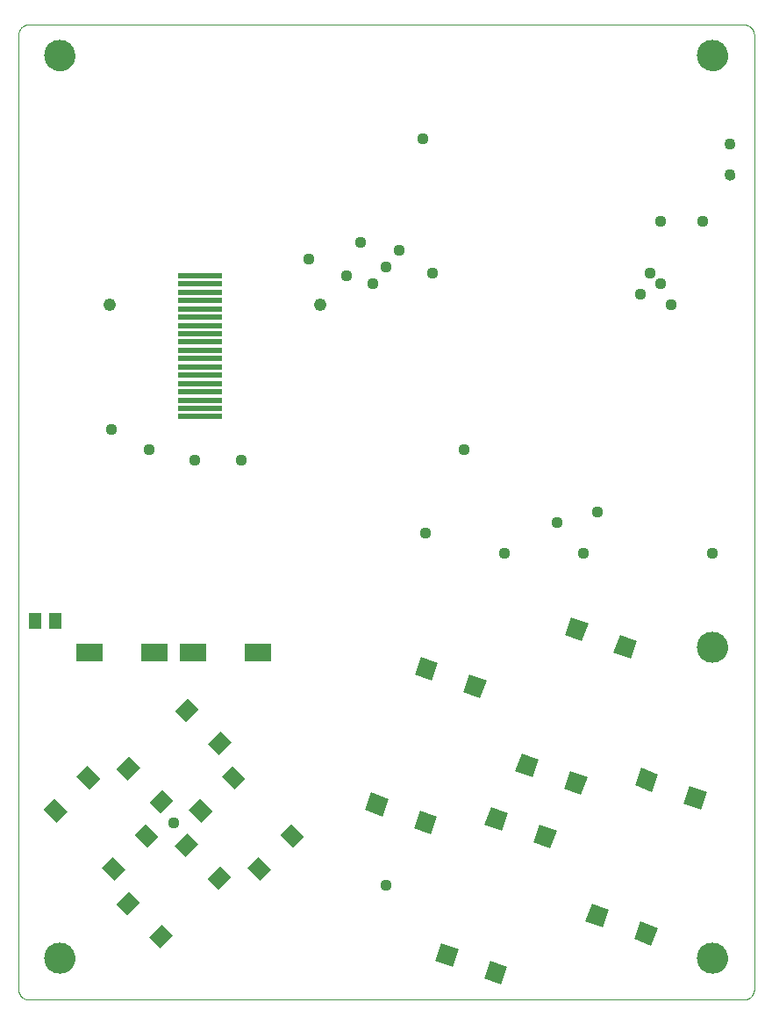
<source format=gts>
G75*
%MOIN*%
%OFA0B0*%
%FSLAX25Y25*%
%IPPOS*%
%LPD*%
%AMOC8*
5,1,8,0,0,1.08239X$1,22.5*
%
%ADD10C,0.00000*%
%ADD11R,0.05131X0.06312*%
%ADD12R,0.16548X0.02375*%
%ADD13R,0.07099X0.06902*%
%ADD14R,0.09855X0.07099*%
%ADD15C,0.04343*%
%ADD16R,0.05918X0.06902*%
%ADD17C,0.11824*%
%ADD18C,0.04369*%
%ADD19C,0.04762*%
D10*
X0003248Y0005437D02*
X0003248Y0367642D01*
X0003250Y0367766D01*
X0003256Y0367889D01*
X0003265Y0368013D01*
X0003279Y0368135D01*
X0003296Y0368258D01*
X0003318Y0368380D01*
X0003343Y0368501D01*
X0003372Y0368621D01*
X0003404Y0368740D01*
X0003441Y0368859D01*
X0003481Y0368976D01*
X0003524Y0369091D01*
X0003572Y0369206D01*
X0003623Y0369318D01*
X0003677Y0369429D01*
X0003735Y0369539D01*
X0003796Y0369646D01*
X0003861Y0369752D01*
X0003929Y0369855D01*
X0004000Y0369956D01*
X0004074Y0370055D01*
X0004151Y0370152D01*
X0004232Y0370246D01*
X0004315Y0370337D01*
X0004401Y0370426D01*
X0004490Y0370512D01*
X0004581Y0370595D01*
X0004675Y0370676D01*
X0004772Y0370753D01*
X0004871Y0370827D01*
X0004972Y0370898D01*
X0005075Y0370966D01*
X0005181Y0371031D01*
X0005288Y0371092D01*
X0005398Y0371150D01*
X0005509Y0371204D01*
X0005621Y0371255D01*
X0005736Y0371303D01*
X0005851Y0371346D01*
X0005968Y0371386D01*
X0006087Y0371423D01*
X0006206Y0371455D01*
X0006326Y0371484D01*
X0006447Y0371509D01*
X0006569Y0371531D01*
X0006692Y0371548D01*
X0006814Y0371562D01*
X0006938Y0371571D01*
X0007061Y0371577D01*
X0007185Y0371579D01*
X0278839Y0371579D01*
X0278963Y0371577D01*
X0279086Y0371571D01*
X0279210Y0371562D01*
X0279332Y0371548D01*
X0279455Y0371531D01*
X0279577Y0371509D01*
X0279698Y0371484D01*
X0279818Y0371455D01*
X0279937Y0371423D01*
X0280056Y0371386D01*
X0280173Y0371346D01*
X0280288Y0371303D01*
X0280403Y0371255D01*
X0280515Y0371204D01*
X0280626Y0371150D01*
X0280736Y0371092D01*
X0280843Y0371031D01*
X0280949Y0370966D01*
X0281052Y0370898D01*
X0281153Y0370827D01*
X0281252Y0370753D01*
X0281349Y0370676D01*
X0281443Y0370595D01*
X0281534Y0370512D01*
X0281623Y0370426D01*
X0281709Y0370337D01*
X0281792Y0370246D01*
X0281873Y0370152D01*
X0281950Y0370055D01*
X0282024Y0369956D01*
X0282095Y0369855D01*
X0282163Y0369752D01*
X0282228Y0369646D01*
X0282289Y0369539D01*
X0282347Y0369429D01*
X0282401Y0369318D01*
X0282452Y0369206D01*
X0282500Y0369091D01*
X0282543Y0368976D01*
X0282583Y0368859D01*
X0282620Y0368740D01*
X0282652Y0368621D01*
X0282681Y0368501D01*
X0282706Y0368380D01*
X0282728Y0368258D01*
X0282745Y0368135D01*
X0282759Y0368013D01*
X0282768Y0367889D01*
X0282774Y0367766D01*
X0282776Y0367642D01*
X0282776Y0005437D01*
X0282774Y0005313D01*
X0282768Y0005190D01*
X0282759Y0005066D01*
X0282745Y0004944D01*
X0282728Y0004821D01*
X0282706Y0004699D01*
X0282681Y0004578D01*
X0282652Y0004458D01*
X0282620Y0004339D01*
X0282583Y0004220D01*
X0282543Y0004103D01*
X0282500Y0003988D01*
X0282452Y0003873D01*
X0282401Y0003761D01*
X0282347Y0003650D01*
X0282289Y0003540D01*
X0282228Y0003433D01*
X0282163Y0003327D01*
X0282095Y0003224D01*
X0282024Y0003123D01*
X0281950Y0003024D01*
X0281873Y0002927D01*
X0281792Y0002833D01*
X0281709Y0002742D01*
X0281623Y0002653D01*
X0281534Y0002567D01*
X0281443Y0002484D01*
X0281349Y0002403D01*
X0281252Y0002326D01*
X0281153Y0002252D01*
X0281052Y0002181D01*
X0280949Y0002113D01*
X0280843Y0002048D01*
X0280736Y0001987D01*
X0280626Y0001929D01*
X0280515Y0001875D01*
X0280403Y0001824D01*
X0280288Y0001776D01*
X0280173Y0001733D01*
X0280056Y0001693D01*
X0279937Y0001656D01*
X0279818Y0001624D01*
X0279698Y0001595D01*
X0279577Y0001570D01*
X0279455Y0001548D01*
X0279332Y0001531D01*
X0279210Y0001517D01*
X0279086Y0001508D01*
X0278963Y0001502D01*
X0278839Y0001500D01*
X0007185Y0001500D01*
X0007061Y0001502D01*
X0006938Y0001508D01*
X0006814Y0001517D01*
X0006692Y0001531D01*
X0006569Y0001548D01*
X0006447Y0001570D01*
X0006326Y0001595D01*
X0006206Y0001624D01*
X0006087Y0001656D01*
X0005968Y0001693D01*
X0005851Y0001733D01*
X0005736Y0001776D01*
X0005621Y0001824D01*
X0005509Y0001875D01*
X0005398Y0001929D01*
X0005288Y0001987D01*
X0005181Y0002048D01*
X0005075Y0002113D01*
X0004972Y0002181D01*
X0004871Y0002252D01*
X0004772Y0002326D01*
X0004675Y0002403D01*
X0004581Y0002484D01*
X0004490Y0002567D01*
X0004401Y0002653D01*
X0004315Y0002742D01*
X0004232Y0002833D01*
X0004151Y0002927D01*
X0004074Y0003024D01*
X0004000Y0003123D01*
X0003929Y0003224D01*
X0003861Y0003327D01*
X0003796Y0003433D01*
X0003735Y0003540D01*
X0003677Y0003650D01*
X0003623Y0003761D01*
X0003572Y0003873D01*
X0003524Y0003988D01*
X0003481Y0004103D01*
X0003441Y0004220D01*
X0003404Y0004339D01*
X0003372Y0004458D01*
X0003343Y0004578D01*
X0003318Y0004699D01*
X0003296Y0004821D01*
X0003279Y0004944D01*
X0003265Y0005066D01*
X0003256Y0005190D01*
X0003250Y0005313D01*
X0003248Y0005437D01*
X0013484Y0017248D02*
X0013486Y0017396D01*
X0013492Y0017544D01*
X0013502Y0017692D01*
X0013516Y0017839D01*
X0013534Y0017986D01*
X0013555Y0018132D01*
X0013581Y0018278D01*
X0013611Y0018423D01*
X0013644Y0018567D01*
X0013682Y0018710D01*
X0013723Y0018852D01*
X0013768Y0018993D01*
X0013816Y0019133D01*
X0013869Y0019272D01*
X0013925Y0019409D01*
X0013985Y0019544D01*
X0014048Y0019678D01*
X0014115Y0019810D01*
X0014186Y0019940D01*
X0014260Y0020068D01*
X0014337Y0020194D01*
X0014418Y0020318D01*
X0014502Y0020440D01*
X0014589Y0020559D01*
X0014680Y0020676D01*
X0014774Y0020791D01*
X0014870Y0020903D01*
X0014970Y0021013D01*
X0015072Y0021119D01*
X0015178Y0021223D01*
X0015286Y0021324D01*
X0015397Y0021422D01*
X0015510Y0021518D01*
X0015626Y0021610D01*
X0015744Y0021699D01*
X0015865Y0021784D01*
X0015988Y0021867D01*
X0016113Y0021946D01*
X0016240Y0022022D01*
X0016369Y0022094D01*
X0016500Y0022163D01*
X0016633Y0022228D01*
X0016768Y0022289D01*
X0016904Y0022347D01*
X0017041Y0022402D01*
X0017180Y0022452D01*
X0017321Y0022499D01*
X0017462Y0022542D01*
X0017605Y0022582D01*
X0017749Y0022617D01*
X0017893Y0022649D01*
X0018039Y0022676D01*
X0018185Y0022700D01*
X0018332Y0022720D01*
X0018479Y0022736D01*
X0018626Y0022748D01*
X0018774Y0022756D01*
X0018922Y0022760D01*
X0019070Y0022760D01*
X0019218Y0022756D01*
X0019366Y0022748D01*
X0019513Y0022736D01*
X0019660Y0022720D01*
X0019807Y0022700D01*
X0019953Y0022676D01*
X0020099Y0022649D01*
X0020243Y0022617D01*
X0020387Y0022582D01*
X0020530Y0022542D01*
X0020671Y0022499D01*
X0020812Y0022452D01*
X0020951Y0022402D01*
X0021088Y0022347D01*
X0021224Y0022289D01*
X0021359Y0022228D01*
X0021492Y0022163D01*
X0021623Y0022094D01*
X0021752Y0022022D01*
X0021879Y0021946D01*
X0022004Y0021867D01*
X0022127Y0021784D01*
X0022248Y0021699D01*
X0022366Y0021610D01*
X0022482Y0021518D01*
X0022595Y0021422D01*
X0022706Y0021324D01*
X0022814Y0021223D01*
X0022920Y0021119D01*
X0023022Y0021013D01*
X0023122Y0020903D01*
X0023218Y0020791D01*
X0023312Y0020676D01*
X0023403Y0020559D01*
X0023490Y0020440D01*
X0023574Y0020318D01*
X0023655Y0020194D01*
X0023732Y0020068D01*
X0023806Y0019940D01*
X0023877Y0019810D01*
X0023944Y0019678D01*
X0024007Y0019544D01*
X0024067Y0019409D01*
X0024123Y0019272D01*
X0024176Y0019133D01*
X0024224Y0018993D01*
X0024269Y0018852D01*
X0024310Y0018710D01*
X0024348Y0018567D01*
X0024381Y0018423D01*
X0024411Y0018278D01*
X0024437Y0018132D01*
X0024458Y0017986D01*
X0024476Y0017839D01*
X0024490Y0017692D01*
X0024500Y0017544D01*
X0024506Y0017396D01*
X0024508Y0017248D01*
X0024506Y0017100D01*
X0024500Y0016952D01*
X0024490Y0016804D01*
X0024476Y0016657D01*
X0024458Y0016510D01*
X0024437Y0016364D01*
X0024411Y0016218D01*
X0024381Y0016073D01*
X0024348Y0015929D01*
X0024310Y0015786D01*
X0024269Y0015644D01*
X0024224Y0015503D01*
X0024176Y0015363D01*
X0024123Y0015224D01*
X0024067Y0015087D01*
X0024007Y0014952D01*
X0023944Y0014818D01*
X0023877Y0014686D01*
X0023806Y0014556D01*
X0023732Y0014428D01*
X0023655Y0014302D01*
X0023574Y0014178D01*
X0023490Y0014056D01*
X0023403Y0013937D01*
X0023312Y0013820D01*
X0023218Y0013705D01*
X0023122Y0013593D01*
X0023022Y0013483D01*
X0022920Y0013377D01*
X0022814Y0013273D01*
X0022706Y0013172D01*
X0022595Y0013074D01*
X0022482Y0012978D01*
X0022366Y0012886D01*
X0022248Y0012797D01*
X0022127Y0012712D01*
X0022004Y0012629D01*
X0021879Y0012550D01*
X0021752Y0012474D01*
X0021623Y0012402D01*
X0021492Y0012333D01*
X0021359Y0012268D01*
X0021224Y0012207D01*
X0021088Y0012149D01*
X0020951Y0012094D01*
X0020812Y0012044D01*
X0020671Y0011997D01*
X0020530Y0011954D01*
X0020387Y0011914D01*
X0020243Y0011879D01*
X0020099Y0011847D01*
X0019953Y0011820D01*
X0019807Y0011796D01*
X0019660Y0011776D01*
X0019513Y0011760D01*
X0019366Y0011748D01*
X0019218Y0011740D01*
X0019070Y0011736D01*
X0018922Y0011736D01*
X0018774Y0011740D01*
X0018626Y0011748D01*
X0018479Y0011760D01*
X0018332Y0011776D01*
X0018185Y0011796D01*
X0018039Y0011820D01*
X0017893Y0011847D01*
X0017749Y0011879D01*
X0017605Y0011914D01*
X0017462Y0011954D01*
X0017321Y0011997D01*
X0017180Y0012044D01*
X0017041Y0012094D01*
X0016904Y0012149D01*
X0016768Y0012207D01*
X0016633Y0012268D01*
X0016500Y0012333D01*
X0016369Y0012402D01*
X0016240Y0012474D01*
X0016113Y0012550D01*
X0015988Y0012629D01*
X0015865Y0012712D01*
X0015744Y0012797D01*
X0015626Y0012886D01*
X0015510Y0012978D01*
X0015397Y0013074D01*
X0015286Y0013172D01*
X0015178Y0013273D01*
X0015072Y0013377D01*
X0014970Y0013483D01*
X0014870Y0013593D01*
X0014774Y0013705D01*
X0014680Y0013820D01*
X0014589Y0013937D01*
X0014502Y0014056D01*
X0014418Y0014178D01*
X0014337Y0014302D01*
X0014260Y0014428D01*
X0014186Y0014556D01*
X0014115Y0014686D01*
X0014048Y0014818D01*
X0013985Y0014952D01*
X0013925Y0015087D01*
X0013869Y0015224D01*
X0013816Y0015363D01*
X0013768Y0015503D01*
X0013723Y0015644D01*
X0013682Y0015786D01*
X0013644Y0015929D01*
X0013611Y0016073D01*
X0013581Y0016218D01*
X0013555Y0016364D01*
X0013534Y0016510D01*
X0013516Y0016657D01*
X0013502Y0016804D01*
X0013492Y0016952D01*
X0013486Y0017100D01*
X0013484Y0017248D01*
X0261516Y0017248D02*
X0261518Y0017396D01*
X0261524Y0017544D01*
X0261534Y0017692D01*
X0261548Y0017839D01*
X0261566Y0017986D01*
X0261587Y0018132D01*
X0261613Y0018278D01*
X0261643Y0018423D01*
X0261676Y0018567D01*
X0261714Y0018710D01*
X0261755Y0018852D01*
X0261800Y0018993D01*
X0261848Y0019133D01*
X0261901Y0019272D01*
X0261957Y0019409D01*
X0262017Y0019544D01*
X0262080Y0019678D01*
X0262147Y0019810D01*
X0262218Y0019940D01*
X0262292Y0020068D01*
X0262369Y0020194D01*
X0262450Y0020318D01*
X0262534Y0020440D01*
X0262621Y0020559D01*
X0262712Y0020676D01*
X0262806Y0020791D01*
X0262902Y0020903D01*
X0263002Y0021013D01*
X0263104Y0021119D01*
X0263210Y0021223D01*
X0263318Y0021324D01*
X0263429Y0021422D01*
X0263542Y0021518D01*
X0263658Y0021610D01*
X0263776Y0021699D01*
X0263897Y0021784D01*
X0264020Y0021867D01*
X0264145Y0021946D01*
X0264272Y0022022D01*
X0264401Y0022094D01*
X0264532Y0022163D01*
X0264665Y0022228D01*
X0264800Y0022289D01*
X0264936Y0022347D01*
X0265073Y0022402D01*
X0265212Y0022452D01*
X0265353Y0022499D01*
X0265494Y0022542D01*
X0265637Y0022582D01*
X0265781Y0022617D01*
X0265925Y0022649D01*
X0266071Y0022676D01*
X0266217Y0022700D01*
X0266364Y0022720D01*
X0266511Y0022736D01*
X0266658Y0022748D01*
X0266806Y0022756D01*
X0266954Y0022760D01*
X0267102Y0022760D01*
X0267250Y0022756D01*
X0267398Y0022748D01*
X0267545Y0022736D01*
X0267692Y0022720D01*
X0267839Y0022700D01*
X0267985Y0022676D01*
X0268131Y0022649D01*
X0268275Y0022617D01*
X0268419Y0022582D01*
X0268562Y0022542D01*
X0268703Y0022499D01*
X0268844Y0022452D01*
X0268983Y0022402D01*
X0269120Y0022347D01*
X0269256Y0022289D01*
X0269391Y0022228D01*
X0269524Y0022163D01*
X0269655Y0022094D01*
X0269784Y0022022D01*
X0269911Y0021946D01*
X0270036Y0021867D01*
X0270159Y0021784D01*
X0270280Y0021699D01*
X0270398Y0021610D01*
X0270514Y0021518D01*
X0270627Y0021422D01*
X0270738Y0021324D01*
X0270846Y0021223D01*
X0270952Y0021119D01*
X0271054Y0021013D01*
X0271154Y0020903D01*
X0271250Y0020791D01*
X0271344Y0020676D01*
X0271435Y0020559D01*
X0271522Y0020440D01*
X0271606Y0020318D01*
X0271687Y0020194D01*
X0271764Y0020068D01*
X0271838Y0019940D01*
X0271909Y0019810D01*
X0271976Y0019678D01*
X0272039Y0019544D01*
X0272099Y0019409D01*
X0272155Y0019272D01*
X0272208Y0019133D01*
X0272256Y0018993D01*
X0272301Y0018852D01*
X0272342Y0018710D01*
X0272380Y0018567D01*
X0272413Y0018423D01*
X0272443Y0018278D01*
X0272469Y0018132D01*
X0272490Y0017986D01*
X0272508Y0017839D01*
X0272522Y0017692D01*
X0272532Y0017544D01*
X0272538Y0017396D01*
X0272540Y0017248D01*
X0272538Y0017100D01*
X0272532Y0016952D01*
X0272522Y0016804D01*
X0272508Y0016657D01*
X0272490Y0016510D01*
X0272469Y0016364D01*
X0272443Y0016218D01*
X0272413Y0016073D01*
X0272380Y0015929D01*
X0272342Y0015786D01*
X0272301Y0015644D01*
X0272256Y0015503D01*
X0272208Y0015363D01*
X0272155Y0015224D01*
X0272099Y0015087D01*
X0272039Y0014952D01*
X0271976Y0014818D01*
X0271909Y0014686D01*
X0271838Y0014556D01*
X0271764Y0014428D01*
X0271687Y0014302D01*
X0271606Y0014178D01*
X0271522Y0014056D01*
X0271435Y0013937D01*
X0271344Y0013820D01*
X0271250Y0013705D01*
X0271154Y0013593D01*
X0271054Y0013483D01*
X0270952Y0013377D01*
X0270846Y0013273D01*
X0270738Y0013172D01*
X0270627Y0013074D01*
X0270514Y0012978D01*
X0270398Y0012886D01*
X0270280Y0012797D01*
X0270159Y0012712D01*
X0270036Y0012629D01*
X0269911Y0012550D01*
X0269784Y0012474D01*
X0269655Y0012402D01*
X0269524Y0012333D01*
X0269391Y0012268D01*
X0269256Y0012207D01*
X0269120Y0012149D01*
X0268983Y0012094D01*
X0268844Y0012044D01*
X0268703Y0011997D01*
X0268562Y0011954D01*
X0268419Y0011914D01*
X0268275Y0011879D01*
X0268131Y0011847D01*
X0267985Y0011820D01*
X0267839Y0011796D01*
X0267692Y0011776D01*
X0267545Y0011760D01*
X0267398Y0011748D01*
X0267250Y0011740D01*
X0267102Y0011736D01*
X0266954Y0011736D01*
X0266806Y0011740D01*
X0266658Y0011748D01*
X0266511Y0011760D01*
X0266364Y0011776D01*
X0266217Y0011796D01*
X0266071Y0011820D01*
X0265925Y0011847D01*
X0265781Y0011879D01*
X0265637Y0011914D01*
X0265494Y0011954D01*
X0265353Y0011997D01*
X0265212Y0012044D01*
X0265073Y0012094D01*
X0264936Y0012149D01*
X0264800Y0012207D01*
X0264665Y0012268D01*
X0264532Y0012333D01*
X0264401Y0012402D01*
X0264272Y0012474D01*
X0264145Y0012550D01*
X0264020Y0012629D01*
X0263897Y0012712D01*
X0263776Y0012797D01*
X0263658Y0012886D01*
X0263542Y0012978D01*
X0263429Y0013074D01*
X0263318Y0013172D01*
X0263210Y0013273D01*
X0263104Y0013377D01*
X0263002Y0013483D01*
X0262902Y0013593D01*
X0262806Y0013705D01*
X0262712Y0013820D01*
X0262621Y0013937D01*
X0262534Y0014056D01*
X0262450Y0014178D01*
X0262369Y0014302D01*
X0262292Y0014428D01*
X0262218Y0014556D01*
X0262147Y0014686D01*
X0262080Y0014818D01*
X0262017Y0014952D01*
X0261957Y0015087D01*
X0261901Y0015224D01*
X0261848Y0015363D01*
X0261800Y0015503D01*
X0261755Y0015644D01*
X0261714Y0015786D01*
X0261676Y0015929D01*
X0261643Y0016073D01*
X0261613Y0016218D01*
X0261587Y0016364D01*
X0261566Y0016510D01*
X0261548Y0016657D01*
X0261534Y0016804D01*
X0261524Y0016952D01*
X0261518Y0017100D01*
X0261516Y0017248D01*
X0261516Y0135358D02*
X0261518Y0135506D01*
X0261524Y0135654D01*
X0261534Y0135802D01*
X0261548Y0135949D01*
X0261566Y0136096D01*
X0261587Y0136242D01*
X0261613Y0136388D01*
X0261643Y0136533D01*
X0261676Y0136677D01*
X0261714Y0136820D01*
X0261755Y0136962D01*
X0261800Y0137103D01*
X0261848Y0137243D01*
X0261901Y0137382D01*
X0261957Y0137519D01*
X0262017Y0137654D01*
X0262080Y0137788D01*
X0262147Y0137920D01*
X0262218Y0138050D01*
X0262292Y0138178D01*
X0262369Y0138304D01*
X0262450Y0138428D01*
X0262534Y0138550D01*
X0262621Y0138669D01*
X0262712Y0138786D01*
X0262806Y0138901D01*
X0262902Y0139013D01*
X0263002Y0139123D01*
X0263104Y0139229D01*
X0263210Y0139333D01*
X0263318Y0139434D01*
X0263429Y0139532D01*
X0263542Y0139628D01*
X0263658Y0139720D01*
X0263776Y0139809D01*
X0263897Y0139894D01*
X0264020Y0139977D01*
X0264145Y0140056D01*
X0264272Y0140132D01*
X0264401Y0140204D01*
X0264532Y0140273D01*
X0264665Y0140338D01*
X0264800Y0140399D01*
X0264936Y0140457D01*
X0265073Y0140512D01*
X0265212Y0140562D01*
X0265353Y0140609D01*
X0265494Y0140652D01*
X0265637Y0140692D01*
X0265781Y0140727D01*
X0265925Y0140759D01*
X0266071Y0140786D01*
X0266217Y0140810D01*
X0266364Y0140830D01*
X0266511Y0140846D01*
X0266658Y0140858D01*
X0266806Y0140866D01*
X0266954Y0140870D01*
X0267102Y0140870D01*
X0267250Y0140866D01*
X0267398Y0140858D01*
X0267545Y0140846D01*
X0267692Y0140830D01*
X0267839Y0140810D01*
X0267985Y0140786D01*
X0268131Y0140759D01*
X0268275Y0140727D01*
X0268419Y0140692D01*
X0268562Y0140652D01*
X0268703Y0140609D01*
X0268844Y0140562D01*
X0268983Y0140512D01*
X0269120Y0140457D01*
X0269256Y0140399D01*
X0269391Y0140338D01*
X0269524Y0140273D01*
X0269655Y0140204D01*
X0269784Y0140132D01*
X0269911Y0140056D01*
X0270036Y0139977D01*
X0270159Y0139894D01*
X0270280Y0139809D01*
X0270398Y0139720D01*
X0270514Y0139628D01*
X0270627Y0139532D01*
X0270738Y0139434D01*
X0270846Y0139333D01*
X0270952Y0139229D01*
X0271054Y0139123D01*
X0271154Y0139013D01*
X0271250Y0138901D01*
X0271344Y0138786D01*
X0271435Y0138669D01*
X0271522Y0138550D01*
X0271606Y0138428D01*
X0271687Y0138304D01*
X0271764Y0138178D01*
X0271838Y0138050D01*
X0271909Y0137920D01*
X0271976Y0137788D01*
X0272039Y0137654D01*
X0272099Y0137519D01*
X0272155Y0137382D01*
X0272208Y0137243D01*
X0272256Y0137103D01*
X0272301Y0136962D01*
X0272342Y0136820D01*
X0272380Y0136677D01*
X0272413Y0136533D01*
X0272443Y0136388D01*
X0272469Y0136242D01*
X0272490Y0136096D01*
X0272508Y0135949D01*
X0272522Y0135802D01*
X0272532Y0135654D01*
X0272538Y0135506D01*
X0272540Y0135358D01*
X0272538Y0135210D01*
X0272532Y0135062D01*
X0272522Y0134914D01*
X0272508Y0134767D01*
X0272490Y0134620D01*
X0272469Y0134474D01*
X0272443Y0134328D01*
X0272413Y0134183D01*
X0272380Y0134039D01*
X0272342Y0133896D01*
X0272301Y0133754D01*
X0272256Y0133613D01*
X0272208Y0133473D01*
X0272155Y0133334D01*
X0272099Y0133197D01*
X0272039Y0133062D01*
X0271976Y0132928D01*
X0271909Y0132796D01*
X0271838Y0132666D01*
X0271764Y0132538D01*
X0271687Y0132412D01*
X0271606Y0132288D01*
X0271522Y0132166D01*
X0271435Y0132047D01*
X0271344Y0131930D01*
X0271250Y0131815D01*
X0271154Y0131703D01*
X0271054Y0131593D01*
X0270952Y0131487D01*
X0270846Y0131383D01*
X0270738Y0131282D01*
X0270627Y0131184D01*
X0270514Y0131088D01*
X0270398Y0130996D01*
X0270280Y0130907D01*
X0270159Y0130822D01*
X0270036Y0130739D01*
X0269911Y0130660D01*
X0269784Y0130584D01*
X0269655Y0130512D01*
X0269524Y0130443D01*
X0269391Y0130378D01*
X0269256Y0130317D01*
X0269120Y0130259D01*
X0268983Y0130204D01*
X0268844Y0130154D01*
X0268703Y0130107D01*
X0268562Y0130064D01*
X0268419Y0130024D01*
X0268275Y0129989D01*
X0268131Y0129957D01*
X0267985Y0129930D01*
X0267839Y0129906D01*
X0267692Y0129886D01*
X0267545Y0129870D01*
X0267398Y0129858D01*
X0267250Y0129850D01*
X0267102Y0129846D01*
X0266954Y0129846D01*
X0266806Y0129850D01*
X0266658Y0129858D01*
X0266511Y0129870D01*
X0266364Y0129886D01*
X0266217Y0129906D01*
X0266071Y0129930D01*
X0265925Y0129957D01*
X0265781Y0129989D01*
X0265637Y0130024D01*
X0265494Y0130064D01*
X0265353Y0130107D01*
X0265212Y0130154D01*
X0265073Y0130204D01*
X0264936Y0130259D01*
X0264800Y0130317D01*
X0264665Y0130378D01*
X0264532Y0130443D01*
X0264401Y0130512D01*
X0264272Y0130584D01*
X0264145Y0130660D01*
X0264020Y0130739D01*
X0263897Y0130822D01*
X0263776Y0130907D01*
X0263658Y0130996D01*
X0263542Y0131088D01*
X0263429Y0131184D01*
X0263318Y0131282D01*
X0263210Y0131383D01*
X0263104Y0131487D01*
X0263002Y0131593D01*
X0262902Y0131703D01*
X0262806Y0131815D01*
X0262712Y0131930D01*
X0262621Y0132047D01*
X0262534Y0132166D01*
X0262450Y0132288D01*
X0262369Y0132412D01*
X0262292Y0132538D01*
X0262218Y0132666D01*
X0262147Y0132796D01*
X0262080Y0132928D01*
X0262017Y0133062D01*
X0261957Y0133197D01*
X0261901Y0133334D01*
X0261848Y0133473D01*
X0261800Y0133613D01*
X0261755Y0133754D01*
X0261714Y0133896D01*
X0261676Y0134039D01*
X0261643Y0134183D01*
X0261613Y0134328D01*
X0261587Y0134474D01*
X0261566Y0134620D01*
X0261548Y0134767D01*
X0261534Y0134914D01*
X0261524Y0135062D01*
X0261518Y0135210D01*
X0261516Y0135358D01*
X0271752Y0314492D02*
X0271754Y0314576D01*
X0271760Y0314659D01*
X0271770Y0314742D01*
X0271784Y0314825D01*
X0271801Y0314907D01*
X0271823Y0314988D01*
X0271848Y0315067D01*
X0271877Y0315146D01*
X0271910Y0315223D01*
X0271946Y0315298D01*
X0271986Y0315372D01*
X0272029Y0315444D01*
X0272076Y0315513D01*
X0272126Y0315580D01*
X0272179Y0315645D01*
X0272235Y0315707D01*
X0272293Y0315767D01*
X0272355Y0315824D01*
X0272419Y0315877D01*
X0272486Y0315928D01*
X0272555Y0315975D01*
X0272626Y0316020D01*
X0272699Y0316060D01*
X0272774Y0316097D01*
X0272851Y0316131D01*
X0272929Y0316161D01*
X0273008Y0316187D01*
X0273089Y0316210D01*
X0273171Y0316228D01*
X0273253Y0316243D01*
X0273336Y0316254D01*
X0273419Y0316261D01*
X0273503Y0316264D01*
X0273587Y0316263D01*
X0273670Y0316258D01*
X0273754Y0316249D01*
X0273836Y0316236D01*
X0273918Y0316220D01*
X0273999Y0316199D01*
X0274080Y0316175D01*
X0274158Y0316147D01*
X0274236Y0316115D01*
X0274312Y0316079D01*
X0274386Y0316040D01*
X0274458Y0315998D01*
X0274528Y0315952D01*
X0274596Y0315903D01*
X0274661Y0315851D01*
X0274724Y0315796D01*
X0274784Y0315738D01*
X0274842Y0315677D01*
X0274896Y0315613D01*
X0274948Y0315547D01*
X0274996Y0315479D01*
X0275041Y0315408D01*
X0275082Y0315335D01*
X0275121Y0315261D01*
X0275155Y0315185D01*
X0275186Y0315107D01*
X0275213Y0315028D01*
X0275237Y0314947D01*
X0275256Y0314866D01*
X0275272Y0314784D01*
X0275284Y0314701D01*
X0275292Y0314617D01*
X0275296Y0314534D01*
X0275296Y0314450D01*
X0275292Y0314367D01*
X0275284Y0314283D01*
X0275272Y0314200D01*
X0275256Y0314118D01*
X0275237Y0314037D01*
X0275213Y0313956D01*
X0275186Y0313877D01*
X0275155Y0313799D01*
X0275121Y0313723D01*
X0275082Y0313649D01*
X0275041Y0313576D01*
X0274996Y0313505D01*
X0274948Y0313437D01*
X0274896Y0313371D01*
X0274842Y0313307D01*
X0274784Y0313246D01*
X0274724Y0313188D01*
X0274661Y0313133D01*
X0274596Y0313081D01*
X0274528Y0313032D01*
X0274458Y0312986D01*
X0274386Y0312944D01*
X0274312Y0312905D01*
X0274236Y0312869D01*
X0274158Y0312837D01*
X0274080Y0312809D01*
X0273999Y0312785D01*
X0273918Y0312764D01*
X0273836Y0312748D01*
X0273754Y0312735D01*
X0273670Y0312726D01*
X0273587Y0312721D01*
X0273503Y0312720D01*
X0273419Y0312723D01*
X0273336Y0312730D01*
X0273253Y0312741D01*
X0273171Y0312756D01*
X0273089Y0312774D01*
X0273008Y0312797D01*
X0272929Y0312823D01*
X0272851Y0312853D01*
X0272774Y0312887D01*
X0272699Y0312924D01*
X0272626Y0312964D01*
X0272555Y0313009D01*
X0272486Y0313056D01*
X0272419Y0313107D01*
X0272355Y0313160D01*
X0272293Y0313217D01*
X0272235Y0313277D01*
X0272179Y0313339D01*
X0272126Y0313404D01*
X0272076Y0313471D01*
X0272029Y0313540D01*
X0271986Y0313612D01*
X0271946Y0313686D01*
X0271910Y0313761D01*
X0271877Y0313838D01*
X0271848Y0313917D01*
X0271823Y0313996D01*
X0271801Y0314077D01*
X0271784Y0314159D01*
X0271770Y0314242D01*
X0271760Y0314325D01*
X0271754Y0314408D01*
X0271752Y0314492D01*
X0271752Y0326303D02*
X0271754Y0326387D01*
X0271760Y0326470D01*
X0271770Y0326553D01*
X0271784Y0326636D01*
X0271801Y0326718D01*
X0271823Y0326799D01*
X0271848Y0326878D01*
X0271877Y0326957D01*
X0271910Y0327034D01*
X0271946Y0327109D01*
X0271986Y0327183D01*
X0272029Y0327255D01*
X0272076Y0327324D01*
X0272126Y0327391D01*
X0272179Y0327456D01*
X0272235Y0327518D01*
X0272293Y0327578D01*
X0272355Y0327635D01*
X0272419Y0327688D01*
X0272486Y0327739D01*
X0272555Y0327786D01*
X0272626Y0327831D01*
X0272699Y0327871D01*
X0272774Y0327908D01*
X0272851Y0327942D01*
X0272929Y0327972D01*
X0273008Y0327998D01*
X0273089Y0328021D01*
X0273171Y0328039D01*
X0273253Y0328054D01*
X0273336Y0328065D01*
X0273419Y0328072D01*
X0273503Y0328075D01*
X0273587Y0328074D01*
X0273670Y0328069D01*
X0273754Y0328060D01*
X0273836Y0328047D01*
X0273918Y0328031D01*
X0273999Y0328010D01*
X0274080Y0327986D01*
X0274158Y0327958D01*
X0274236Y0327926D01*
X0274312Y0327890D01*
X0274386Y0327851D01*
X0274458Y0327809D01*
X0274528Y0327763D01*
X0274596Y0327714D01*
X0274661Y0327662D01*
X0274724Y0327607D01*
X0274784Y0327549D01*
X0274842Y0327488D01*
X0274896Y0327424D01*
X0274948Y0327358D01*
X0274996Y0327290D01*
X0275041Y0327219D01*
X0275082Y0327146D01*
X0275121Y0327072D01*
X0275155Y0326996D01*
X0275186Y0326918D01*
X0275213Y0326839D01*
X0275237Y0326758D01*
X0275256Y0326677D01*
X0275272Y0326595D01*
X0275284Y0326512D01*
X0275292Y0326428D01*
X0275296Y0326345D01*
X0275296Y0326261D01*
X0275292Y0326178D01*
X0275284Y0326094D01*
X0275272Y0326011D01*
X0275256Y0325929D01*
X0275237Y0325848D01*
X0275213Y0325767D01*
X0275186Y0325688D01*
X0275155Y0325610D01*
X0275121Y0325534D01*
X0275082Y0325460D01*
X0275041Y0325387D01*
X0274996Y0325316D01*
X0274948Y0325248D01*
X0274896Y0325182D01*
X0274842Y0325118D01*
X0274784Y0325057D01*
X0274724Y0324999D01*
X0274661Y0324944D01*
X0274596Y0324892D01*
X0274528Y0324843D01*
X0274458Y0324797D01*
X0274386Y0324755D01*
X0274312Y0324716D01*
X0274236Y0324680D01*
X0274158Y0324648D01*
X0274080Y0324620D01*
X0273999Y0324596D01*
X0273918Y0324575D01*
X0273836Y0324559D01*
X0273754Y0324546D01*
X0273670Y0324537D01*
X0273587Y0324532D01*
X0273503Y0324531D01*
X0273419Y0324534D01*
X0273336Y0324541D01*
X0273253Y0324552D01*
X0273171Y0324567D01*
X0273089Y0324585D01*
X0273008Y0324608D01*
X0272929Y0324634D01*
X0272851Y0324664D01*
X0272774Y0324698D01*
X0272699Y0324735D01*
X0272626Y0324775D01*
X0272555Y0324820D01*
X0272486Y0324867D01*
X0272419Y0324918D01*
X0272355Y0324971D01*
X0272293Y0325028D01*
X0272235Y0325088D01*
X0272179Y0325150D01*
X0272126Y0325215D01*
X0272076Y0325282D01*
X0272029Y0325351D01*
X0271986Y0325423D01*
X0271946Y0325497D01*
X0271910Y0325572D01*
X0271877Y0325649D01*
X0271848Y0325728D01*
X0271823Y0325807D01*
X0271801Y0325888D01*
X0271784Y0325970D01*
X0271770Y0326053D01*
X0271760Y0326136D01*
X0271754Y0326219D01*
X0271752Y0326303D01*
X0261516Y0359768D02*
X0261518Y0359916D01*
X0261524Y0360064D01*
X0261534Y0360212D01*
X0261548Y0360359D01*
X0261566Y0360506D01*
X0261587Y0360652D01*
X0261613Y0360798D01*
X0261643Y0360943D01*
X0261676Y0361087D01*
X0261714Y0361230D01*
X0261755Y0361372D01*
X0261800Y0361513D01*
X0261848Y0361653D01*
X0261901Y0361792D01*
X0261957Y0361929D01*
X0262017Y0362064D01*
X0262080Y0362198D01*
X0262147Y0362330D01*
X0262218Y0362460D01*
X0262292Y0362588D01*
X0262369Y0362714D01*
X0262450Y0362838D01*
X0262534Y0362960D01*
X0262621Y0363079D01*
X0262712Y0363196D01*
X0262806Y0363311D01*
X0262902Y0363423D01*
X0263002Y0363533D01*
X0263104Y0363639D01*
X0263210Y0363743D01*
X0263318Y0363844D01*
X0263429Y0363942D01*
X0263542Y0364038D01*
X0263658Y0364130D01*
X0263776Y0364219D01*
X0263897Y0364304D01*
X0264020Y0364387D01*
X0264145Y0364466D01*
X0264272Y0364542D01*
X0264401Y0364614D01*
X0264532Y0364683D01*
X0264665Y0364748D01*
X0264800Y0364809D01*
X0264936Y0364867D01*
X0265073Y0364922D01*
X0265212Y0364972D01*
X0265353Y0365019D01*
X0265494Y0365062D01*
X0265637Y0365102D01*
X0265781Y0365137D01*
X0265925Y0365169D01*
X0266071Y0365196D01*
X0266217Y0365220D01*
X0266364Y0365240D01*
X0266511Y0365256D01*
X0266658Y0365268D01*
X0266806Y0365276D01*
X0266954Y0365280D01*
X0267102Y0365280D01*
X0267250Y0365276D01*
X0267398Y0365268D01*
X0267545Y0365256D01*
X0267692Y0365240D01*
X0267839Y0365220D01*
X0267985Y0365196D01*
X0268131Y0365169D01*
X0268275Y0365137D01*
X0268419Y0365102D01*
X0268562Y0365062D01*
X0268703Y0365019D01*
X0268844Y0364972D01*
X0268983Y0364922D01*
X0269120Y0364867D01*
X0269256Y0364809D01*
X0269391Y0364748D01*
X0269524Y0364683D01*
X0269655Y0364614D01*
X0269784Y0364542D01*
X0269911Y0364466D01*
X0270036Y0364387D01*
X0270159Y0364304D01*
X0270280Y0364219D01*
X0270398Y0364130D01*
X0270514Y0364038D01*
X0270627Y0363942D01*
X0270738Y0363844D01*
X0270846Y0363743D01*
X0270952Y0363639D01*
X0271054Y0363533D01*
X0271154Y0363423D01*
X0271250Y0363311D01*
X0271344Y0363196D01*
X0271435Y0363079D01*
X0271522Y0362960D01*
X0271606Y0362838D01*
X0271687Y0362714D01*
X0271764Y0362588D01*
X0271838Y0362460D01*
X0271909Y0362330D01*
X0271976Y0362198D01*
X0272039Y0362064D01*
X0272099Y0361929D01*
X0272155Y0361792D01*
X0272208Y0361653D01*
X0272256Y0361513D01*
X0272301Y0361372D01*
X0272342Y0361230D01*
X0272380Y0361087D01*
X0272413Y0360943D01*
X0272443Y0360798D01*
X0272469Y0360652D01*
X0272490Y0360506D01*
X0272508Y0360359D01*
X0272522Y0360212D01*
X0272532Y0360064D01*
X0272538Y0359916D01*
X0272540Y0359768D01*
X0272538Y0359620D01*
X0272532Y0359472D01*
X0272522Y0359324D01*
X0272508Y0359177D01*
X0272490Y0359030D01*
X0272469Y0358884D01*
X0272443Y0358738D01*
X0272413Y0358593D01*
X0272380Y0358449D01*
X0272342Y0358306D01*
X0272301Y0358164D01*
X0272256Y0358023D01*
X0272208Y0357883D01*
X0272155Y0357744D01*
X0272099Y0357607D01*
X0272039Y0357472D01*
X0271976Y0357338D01*
X0271909Y0357206D01*
X0271838Y0357076D01*
X0271764Y0356948D01*
X0271687Y0356822D01*
X0271606Y0356698D01*
X0271522Y0356576D01*
X0271435Y0356457D01*
X0271344Y0356340D01*
X0271250Y0356225D01*
X0271154Y0356113D01*
X0271054Y0356003D01*
X0270952Y0355897D01*
X0270846Y0355793D01*
X0270738Y0355692D01*
X0270627Y0355594D01*
X0270514Y0355498D01*
X0270398Y0355406D01*
X0270280Y0355317D01*
X0270159Y0355232D01*
X0270036Y0355149D01*
X0269911Y0355070D01*
X0269784Y0354994D01*
X0269655Y0354922D01*
X0269524Y0354853D01*
X0269391Y0354788D01*
X0269256Y0354727D01*
X0269120Y0354669D01*
X0268983Y0354614D01*
X0268844Y0354564D01*
X0268703Y0354517D01*
X0268562Y0354474D01*
X0268419Y0354434D01*
X0268275Y0354399D01*
X0268131Y0354367D01*
X0267985Y0354340D01*
X0267839Y0354316D01*
X0267692Y0354296D01*
X0267545Y0354280D01*
X0267398Y0354268D01*
X0267250Y0354260D01*
X0267102Y0354256D01*
X0266954Y0354256D01*
X0266806Y0354260D01*
X0266658Y0354268D01*
X0266511Y0354280D01*
X0266364Y0354296D01*
X0266217Y0354316D01*
X0266071Y0354340D01*
X0265925Y0354367D01*
X0265781Y0354399D01*
X0265637Y0354434D01*
X0265494Y0354474D01*
X0265353Y0354517D01*
X0265212Y0354564D01*
X0265073Y0354614D01*
X0264936Y0354669D01*
X0264800Y0354727D01*
X0264665Y0354788D01*
X0264532Y0354853D01*
X0264401Y0354922D01*
X0264272Y0354994D01*
X0264145Y0355070D01*
X0264020Y0355149D01*
X0263897Y0355232D01*
X0263776Y0355317D01*
X0263658Y0355406D01*
X0263542Y0355498D01*
X0263429Y0355594D01*
X0263318Y0355692D01*
X0263210Y0355793D01*
X0263104Y0355897D01*
X0263002Y0356003D01*
X0262902Y0356113D01*
X0262806Y0356225D01*
X0262712Y0356340D01*
X0262621Y0356457D01*
X0262534Y0356576D01*
X0262450Y0356698D01*
X0262369Y0356822D01*
X0262292Y0356948D01*
X0262218Y0357076D01*
X0262147Y0357206D01*
X0262080Y0357338D01*
X0262017Y0357472D01*
X0261957Y0357607D01*
X0261901Y0357744D01*
X0261848Y0357883D01*
X0261800Y0358023D01*
X0261755Y0358164D01*
X0261714Y0358306D01*
X0261676Y0358449D01*
X0261643Y0358593D01*
X0261613Y0358738D01*
X0261587Y0358884D01*
X0261566Y0359030D01*
X0261548Y0359177D01*
X0261534Y0359324D01*
X0261524Y0359472D01*
X0261518Y0359620D01*
X0261516Y0359768D01*
X0013484Y0359768D02*
X0013486Y0359916D01*
X0013492Y0360064D01*
X0013502Y0360212D01*
X0013516Y0360359D01*
X0013534Y0360506D01*
X0013555Y0360652D01*
X0013581Y0360798D01*
X0013611Y0360943D01*
X0013644Y0361087D01*
X0013682Y0361230D01*
X0013723Y0361372D01*
X0013768Y0361513D01*
X0013816Y0361653D01*
X0013869Y0361792D01*
X0013925Y0361929D01*
X0013985Y0362064D01*
X0014048Y0362198D01*
X0014115Y0362330D01*
X0014186Y0362460D01*
X0014260Y0362588D01*
X0014337Y0362714D01*
X0014418Y0362838D01*
X0014502Y0362960D01*
X0014589Y0363079D01*
X0014680Y0363196D01*
X0014774Y0363311D01*
X0014870Y0363423D01*
X0014970Y0363533D01*
X0015072Y0363639D01*
X0015178Y0363743D01*
X0015286Y0363844D01*
X0015397Y0363942D01*
X0015510Y0364038D01*
X0015626Y0364130D01*
X0015744Y0364219D01*
X0015865Y0364304D01*
X0015988Y0364387D01*
X0016113Y0364466D01*
X0016240Y0364542D01*
X0016369Y0364614D01*
X0016500Y0364683D01*
X0016633Y0364748D01*
X0016768Y0364809D01*
X0016904Y0364867D01*
X0017041Y0364922D01*
X0017180Y0364972D01*
X0017321Y0365019D01*
X0017462Y0365062D01*
X0017605Y0365102D01*
X0017749Y0365137D01*
X0017893Y0365169D01*
X0018039Y0365196D01*
X0018185Y0365220D01*
X0018332Y0365240D01*
X0018479Y0365256D01*
X0018626Y0365268D01*
X0018774Y0365276D01*
X0018922Y0365280D01*
X0019070Y0365280D01*
X0019218Y0365276D01*
X0019366Y0365268D01*
X0019513Y0365256D01*
X0019660Y0365240D01*
X0019807Y0365220D01*
X0019953Y0365196D01*
X0020099Y0365169D01*
X0020243Y0365137D01*
X0020387Y0365102D01*
X0020530Y0365062D01*
X0020671Y0365019D01*
X0020812Y0364972D01*
X0020951Y0364922D01*
X0021088Y0364867D01*
X0021224Y0364809D01*
X0021359Y0364748D01*
X0021492Y0364683D01*
X0021623Y0364614D01*
X0021752Y0364542D01*
X0021879Y0364466D01*
X0022004Y0364387D01*
X0022127Y0364304D01*
X0022248Y0364219D01*
X0022366Y0364130D01*
X0022482Y0364038D01*
X0022595Y0363942D01*
X0022706Y0363844D01*
X0022814Y0363743D01*
X0022920Y0363639D01*
X0023022Y0363533D01*
X0023122Y0363423D01*
X0023218Y0363311D01*
X0023312Y0363196D01*
X0023403Y0363079D01*
X0023490Y0362960D01*
X0023574Y0362838D01*
X0023655Y0362714D01*
X0023732Y0362588D01*
X0023806Y0362460D01*
X0023877Y0362330D01*
X0023944Y0362198D01*
X0024007Y0362064D01*
X0024067Y0361929D01*
X0024123Y0361792D01*
X0024176Y0361653D01*
X0024224Y0361513D01*
X0024269Y0361372D01*
X0024310Y0361230D01*
X0024348Y0361087D01*
X0024381Y0360943D01*
X0024411Y0360798D01*
X0024437Y0360652D01*
X0024458Y0360506D01*
X0024476Y0360359D01*
X0024490Y0360212D01*
X0024500Y0360064D01*
X0024506Y0359916D01*
X0024508Y0359768D01*
X0024506Y0359620D01*
X0024500Y0359472D01*
X0024490Y0359324D01*
X0024476Y0359177D01*
X0024458Y0359030D01*
X0024437Y0358884D01*
X0024411Y0358738D01*
X0024381Y0358593D01*
X0024348Y0358449D01*
X0024310Y0358306D01*
X0024269Y0358164D01*
X0024224Y0358023D01*
X0024176Y0357883D01*
X0024123Y0357744D01*
X0024067Y0357607D01*
X0024007Y0357472D01*
X0023944Y0357338D01*
X0023877Y0357206D01*
X0023806Y0357076D01*
X0023732Y0356948D01*
X0023655Y0356822D01*
X0023574Y0356698D01*
X0023490Y0356576D01*
X0023403Y0356457D01*
X0023312Y0356340D01*
X0023218Y0356225D01*
X0023122Y0356113D01*
X0023022Y0356003D01*
X0022920Y0355897D01*
X0022814Y0355793D01*
X0022706Y0355692D01*
X0022595Y0355594D01*
X0022482Y0355498D01*
X0022366Y0355406D01*
X0022248Y0355317D01*
X0022127Y0355232D01*
X0022004Y0355149D01*
X0021879Y0355070D01*
X0021752Y0354994D01*
X0021623Y0354922D01*
X0021492Y0354853D01*
X0021359Y0354788D01*
X0021224Y0354727D01*
X0021088Y0354669D01*
X0020951Y0354614D01*
X0020812Y0354564D01*
X0020671Y0354517D01*
X0020530Y0354474D01*
X0020387Y0354434D01*
X0020243Y0354399D01*
X0020099Y0354367D01*
X0019953Y0354340D01*
X0019807Y0354316D01*
X0019660Y0354296D01*
X0019513Y0354280D01*
X0019366Y0354268D01*
X0019218Y0354260D01*
X0019070Y0354256D01*
X0018922Y0354256D01*
X0018774Y0354260D01*
X0018626Y0354268D01*
X0018479Y0354280D01*
X0018332Y0354296D01*
X0018185Y0354316D01*
X0018039Y0354340D01*
X0017893Y0354367D01*
X0017749Y0354399D01*
X0017605Y0354434D01*
X0017462Y0354474D01*
X0017321Y0354517D01*
X0017180Y0354564D01*
X0017041Y0354614D01*
X0016904Y0354669D01*
X0016768Y0354727D01*
X0016633Y0354788D01*
X0016500Y0354853D01*
X0016369Y0354922D01*
X0016240Y0354994D01*
X0016113Y0355070D01*
X0015988Y0355149D01*
X0015865Y0355232D01*
X0015744Y0355317D01*
X0015626Y0355406D01*
X0015510Y0355498D01*
X0015397Y0355594D01*
X0015286Y0355692D01*
X0015178Y0355793D01*
X0015072Y0355897D01*
X0014970Y0356003D01*
X0014870Y0356113D01*
X0014774Y0356225D01*
X0014680Y0356340D01*
X0014589Y0356457D01*
X0014502Y0356576D01*
X0014418Y0356698D01*
X0014337Y0356822D01*
X0014260Y0356948D01*
X0014186Y0357076D01*
X0014115Y0357206D01*
X0014048Y0357338D01*
X0013985Y0357472D01*
X0013925Y0357607D01*
X0013869Y0357744D01*
X0013816Y0357883D01*
X0013768Y0358023D01*
X0013723Y0358164D01*
X0013682Y0358306D01*
X0013644Y0358449D01*
X0013611Y0358593D01*
X0013581Y0358738D01*
X0013555Y0358884D01*
X0013534Y0359030D01*
X0013516Y0359177D01*
X0013502Y0359324D01*
X0013492Y0359472D01*
X0013486Y0359620D01*
X0013484Y0359768D01*
D11*
X0009547Y0145201D03*
X0017421Y0145201D03*
D12*
X0072146Y0222760D03*
X0072146Y0225909D03*
X0072146Y0229059D03*
X0072146Y0232209D03*
X0072146Y0235358D03*
X0072146Y0238508D03*
X0072146Y0241657D03*
X0072146Y0244807D03*
X0072146Y0247957D03*
X0072146Y0251106D03*
X0072146Y0254256D03*
X0072146Y0257406D03*
X0072146Y0260555D03*
X0072146Y0263705D03*
X0072146Y0266854D03*
X0072146Y0270004D03*
X0072146Y0273154D03*
X0072146Y0276303D03*
D13*
G36*
X0162685Y0129346D02*
X0160258Y0122677D01*
X0153773Y0125038D01*
X0156200Y0131707D01*
X0162685Y0129346D01*
G37*
G36*
X0181183Y0122613D02*
X0178756Y0115944D01*
X0172271Y0118305D01*
X0174698Y0124974D01*
X0181183Y0122613D01*
G37*
G36*
X0200992Y0092547D02*
X0198565Y0085878D01*
X0192080Y0088239D01*
X0194507Y0094908D01*
X0200992Y0092547D01*
G37*
G36*
X0219489Y0085815D02*
X0217062Y0079146D01*
X0210577Y0081507D01*
X0213004Y0088176D01*
X0219489Y0085815D01*
G37*
G36*
X0207805Y0065523D02*
X0205378Y0058854D01*
X0198893Y0061215D01*
X0201320Y0067884D01*
X0207805Y0065523D01*
G37*
G36*
X0189307Y0072256D02*
X0186880Y0065587D01*
X0180395Y0067948D01*
X0182822Y0074617D01*
X0189307Y0072256D01*
G37*
G36*
X0162399Y0071004D02*
X0159972Y0064335D01*
X0153487Y0066696D01*
X0155914Y0073365D01*
X0162399Y0071004D01*
G37*
G36*
X0143901Y0077737D02*
X0141474Y0071068D01*
X0134989Y0073429D01*
X0137416Y0080098D01*
X0143901Y0077737D01*
G37*
G36*
X0170523Y0020646D02*
X0168096Y0013977D01*
X0161611Y0016338D01*
X0164038Y0023007D01*
X0170523Y0020646D01*
G37*
G36*
X0189021Y0013914D02*
X0186594Y0007245D01*
X0180109Y0009606D01*
X0182536Y0016275D01*
X0189021Y0013914D01*
G37*
G36*
X0227613Y0035457D02*
X0225186Y0028788D01*
X0218701Y0031149D01*
X0221128Y0037818D01*
X0227613Y0035457D01*
G37*
G36*
X0246111Y0028724D02*
X0243684Y0022055D01*
X0237199Y0024416D01*
X0239626Y0031085D01*
X0246111Y0028724D01*
G37*
G36*
X0264895Y0080333D02*
X0262468Y0073664D01*
X0255983Y0076025D01*
X0258410Y0082694D01*
X0264895Y0080333D01*
G37*
G36*
X0246397Y0087066D02*
X0243970Y0080397D01*
X0237485Y0082758D01*
X0239912Y0089427D01*
X0246397Y0087066D01*
G37*
G36*
X0238274Y0137424D02*
X0235847Y0130755D01*
X0229362Y0133116D01*
X0231789Y0139785D01*
X0238274Y0137424D01*
G37*
G36*
X0219776Y0144156D02*
X0217349Y0137487D01*
X0210864Y0139848D01*
X0213291Y0146517D01*
X0219776Y0144156D01*
G37*
D14*
X0094390Y0133390D03*
X0069587Y0133390D03*
X0055020Y0133390D03*
X0030217Y0133390D03*
D15*
X0273524Y0314492D03*
X0273524Y0326303D03*
D16*
G36*
X0089592Y0085412D02*
X0085407Y0081227D01*
X0080528Y0086106D01*
X0084713Y0090291D01*
X0089592Y0085412D01*
G37*
G36*
X0079980Y0103354D02*
X0084165Y0099169D01*
X0079286Y0094290D01*
X0075101Y0098475D01*
X0079980Y0103354D01*
G37*
G36*
X0067452Y0115881D02*
X0071637Y0111696D01*
X0066758Y0106817D01*
X0062573Y0111002D01*
X0067452Y0115881D01*
G37*
G36*
X0045320Y0093749D02*
X0049505Y0089564D01*
X0044626Y0084685D01*
X0040441Y0088870D01*
X0045320Y0093749D01*
G37*
G36*
X0025410Y0086106D02*
X0029595Y0090291D01*
X0034474Y0085412D01*
X0030289Y0081227D01*
X0025410Y0086106D01*
G37*
G36*
X0012882Y0073578D02*
X0017067Y0077763D01*
X0021946Y0072884D01*
X0017761Y0068699D01*
X0012882Y0073578D01*
G37*
G36*
X0035014Y0051446D02*
X0039199Y0055631D01*
X0044078Y0050752D01*
X0039893Y0046567D01*
X0035014Y0051446D01*
G37*
G36*
X0044626Y0033504D02*
X0040441Y0037689D01*
X0045320Y0042568D01*
X0049505Y0038383D01*
X0044626Y0033504D01*
G37*
G36*
X0057154Y0020977D02*
X0052969Y0025162D01*
X0057848Y0030041D01*
X0062033Y0025856D01*
X0057154Y0020977D01*
G37*
G36*
X0079286Y0043109D02*
X0075101Y0047294D01*
X0079980Y0052173D01*
X0084165Y0047988D01*
X0079286Y0043109D01*
G37*
G36*
X0066758Y0055636D02*
X0062573Y0059821D01*
X0067452Y0064700D01*
X0071637Y0060515D01*
X0066758Y0055636D01*
G37*
G36*
X0047542Y0063974D02*
X0051727Y0068159D01*
X0056606Y0063280D01*
X0052421Y0059095D01*
X0047542Y0063974D01*
G37*
G36*
X0057848Y0081222D02*
X0062033Y0077037D01*
X0057154Y0072158D01*
X0052969Y0076343D01*
X0057848Y0081222D01*
G37*
G36*
X0077065Y0072884D02*
X0072880Y0068699D01*
X0068001Y0073578D01*
X0072186Y0077763D01*
X0077065Y0072884D01*
G37*
G36*
X0099196Y0050752D02*
X0095011Y0046567D01*
X0090132Y0051446D01*
X0094317Y0055631D01*
X0099196Y0050752D01*
G37*
G36*
X0111724Y0063280D02*
X0107539Y0059095D01*
X0102660Y0063974D01*
X0106845Y0068159D01*
X0111724Y0063280D01*
G37*
D17*
X0018996Y0017248D03*
X0267028Y0017248D03*
X0267028Y0135358D03*
X0267028Y0359768D03*
X0018996Y0359768D03*
D18*
X0113484Y0282602D03*
X0128000Y0276303D03*
X0138000Y0273154D03*
X0143012Y0279453D03*
X0148000Y0285752D03*
X0133169Y0288902D03*
X0160728Y0277091D03*
X0156791Y0328272D03*
X0239469Y0269217D03*
X0243406Y0277091D03*
X0247343Y0273154D03*
X0251280Y0265280D03*
X0247343Y0296776D03*
X0263091Y0296776D03*
X0223130Y0186539D03*
X0218000Y0170791D03*
X0207972Y0182602D03*
X0188000Y0170791D03*
X0158000Y0178665D03*
X0172539Y0210161D03*
X0088000Y0206224D03*
X0070177Y0206224D03*
X0052854Y0210161D03*
X0038681Y0218035D03*
X0062303Y0068429D03*
X0143012Y0044807D03*
X0267028Y0170791D03*
D19*
X0118000Y0265280D03*
X0038000Y0265280D03*
M02*

</source>
